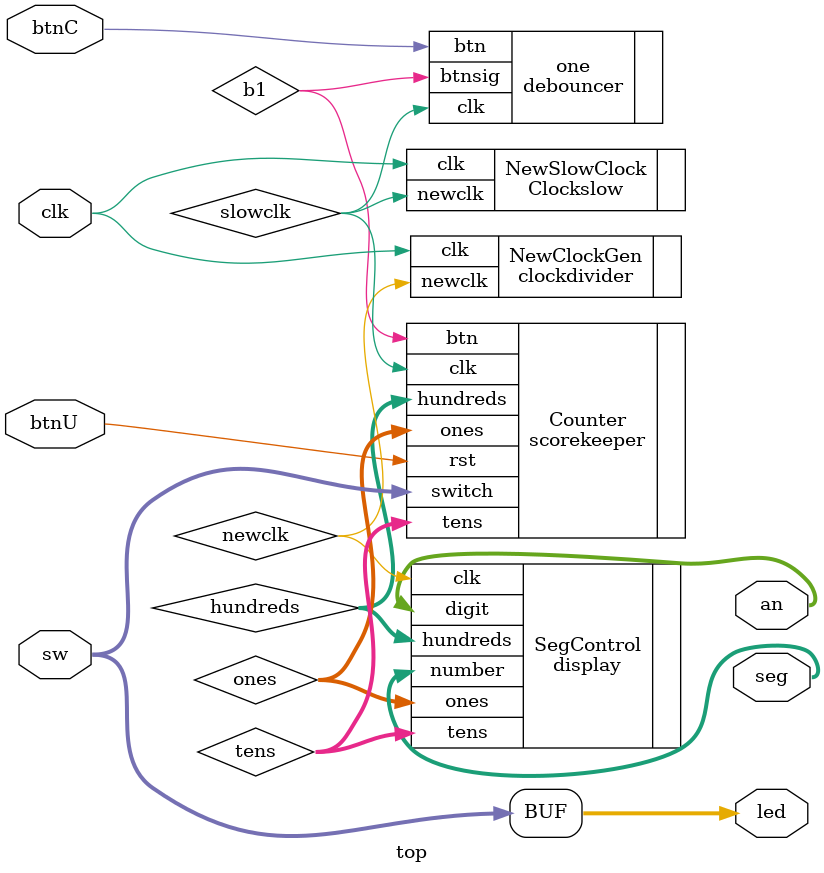
<source format=v>
`timescale 1ns / 1ps


module top(
    input clk,
    input btnC,
    input [0:2] sw,
    input btnU,
    output [6:0] seg,
    output [3:0] an,
    output [0:2] led
    );
    
    wire newclk, slowclk;
    wire [3:0] ones, tens, hundreds;
    wire b1, b2, b3;
    
    
    
    clockdivider NewClockGen(
    .clk(clk),
    .newclk(newclk)
    );
    
    Clockslow NewSlowClock(
    .clk(clk),
    .newclk(slowclk));
    
    
    
    debouncer one(
    .btn(btnC),
    .clk(slowclk),
    .btnsig(b1));
    
    
    
    
    scorekeeper Counter(
    .clk(slowclk),
    .switch(sw),
    .btn(b1),
    .rst(btnU),
    .ones(ones),
    .tens(tens),
    .hundreds(hundreds)
    );
    
    display SegControl(
    .clk(newclk),
    .ones(ones),
    .tens(tens),
    .hundreds(hundreds),
    .digit(an),
    .number(seg)
    );
    
    assign led[0] = sw[0];
    assign led[1] = sw[1];
    assign led[2] = sw[2];
    
    
endmodule

</source>
